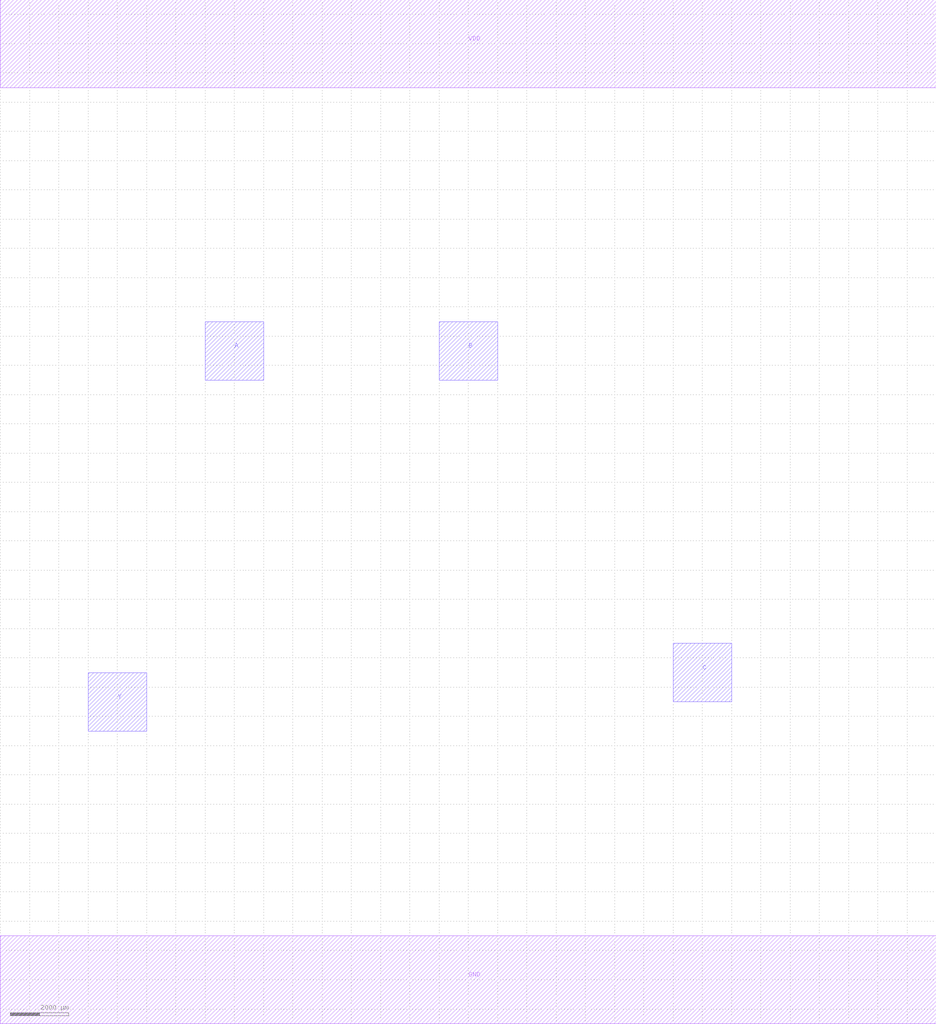
<source format=lef>
MACRO NOR3
 CLASS CORE ;
 ORIGIN 0 0 ;
 FOREIGN NOR3 0 0 ;
 SITE CORE ;
 SYMMETRY X Y R90 ;
  PIN VDD
   DIRECTION INOUT ;
   USE SIGNAL ;
   SHAPE ABUTMENT ;
    PORT
     CLASS CORE ;
       LAYER metal1 ;
        RECT 0.00000000 30500.00000000 32000.00000000 33500.00000000 ;
    END
  END VDD

  PIN GND
   DIRECTION INOUT ;
   USE SIGNAL ;
   SHAPE ABUTMENT ;
    PORT
     CLASS CORE ;
       LAYER metal1 ;
        RECT 0.00000000 -1500.00000000 32000.00000000 1500.00000000 ;
    END
  END GND

  PIN A
   DIRECTION INOUT ;
   USE SIGNAL ;
   SHAPE ABUTMENT ;
    PORT
     CLASS CORE ;
       LAYER metal2 ;
        RECT 7000.00000000 20500.00000000 9000.00000000 22500.00000000 ;
    END
  END A

  PIN B
   DIRECTION INOUT ;
   USE SIGNAL ;
   SHAPE ABUTMENT ;
    PORT
     CLASS CORE ;
       LAYER metal2 ;
        RECT 15000.00000000 20500.00000000 17000.00000000 22500.00000000 ;
    END
  END B

  PIN C
   DIRECTION INOUT ;
   USE SIGNAL ;
   SHAPE ABUTMENT ;
    PORT
     CLASS CORE ;
       LAYER metal2 ;
        RECT 23000.00000000 9500.00000000 25000.00000000 11500.00000000 ;
    END
  END C

  PIN Y
   DIRECTION INOUT ;
   USE SIGNAL ;
   SHAPE ABUTMENT ;
    PORT
     CLASS CORE ;
       LAYER metal2 ;
        RECT 3000.00000000 8500.00000000 5000.00000000 10500.00000000 ;
    END
  END Y


END NOR3

</source>
